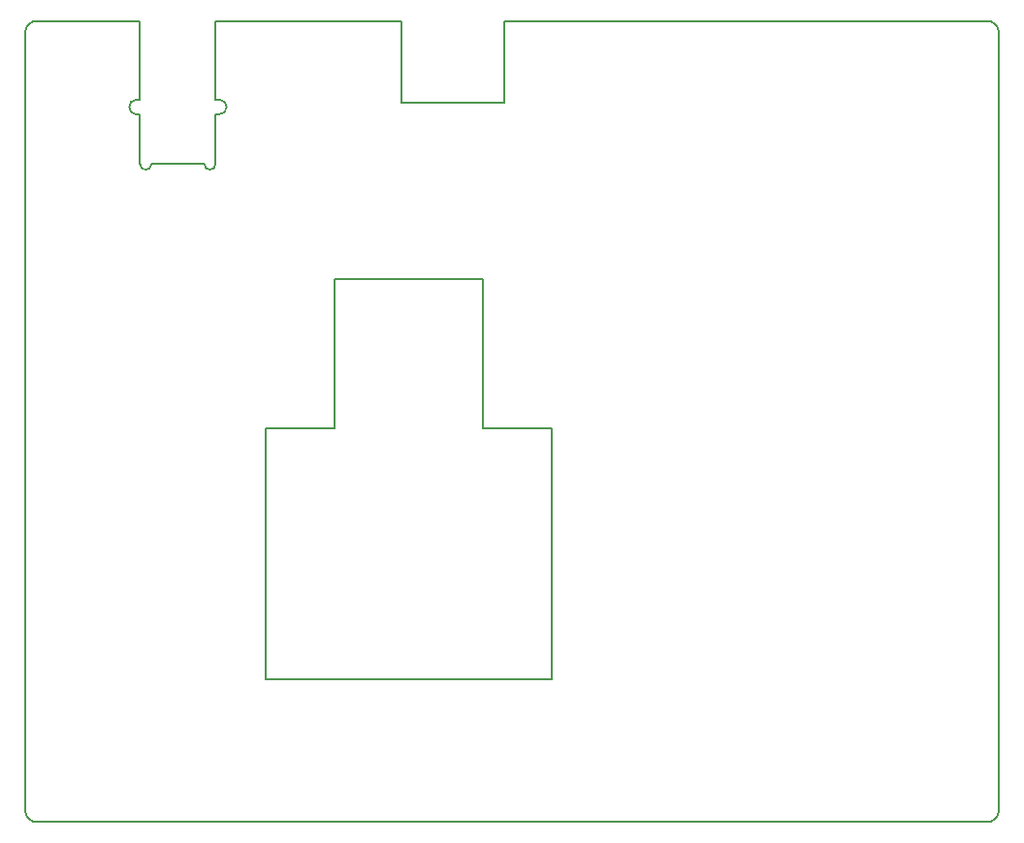
<source format=gm1>
G04 #@! TF.GenerationSoftware,KiCad,Pcbnew,(5.1.0-0)*
G04 #@! TF.CreationDate,2019-05-12T00:03:29+09:00*
G04 #@! TF.ProjectId,split_EC_right,73706c69-745f-4454-935f-72696768742e,rev?*
G04 #@! TF.SameCoordinates,Original*
G04 #@! TF.FileFunction,Profile,NP*
%FSLAX46Y46*%
G04 Gerber Fmt 4.6, Leading zero omitted, Abs format (unit mm)*
G04 Created by KiCad (PCBNEW (5.1.0-0)) date 2019-05-12 00:03:29*
%MOMM*%
%LPD*%
G04 APERTURE LIST*
%ADD10C,0.150000*%
G04 APERTURE END LIST*
D10*
X88925000Y-40000000D02*
X98725000Y-40000000D01*
X72250000Y-40000000D02*
X80225000Y-40000000D01*
X71250000Y-109000000D02*
G75*
G03X72250000Y-110000000I1000000J0D01*
G01*
X72250000Y-40000000D02*
G75*
G03X71250000Y-41000000I0J-1000000D01*
G01*
X156250000Y-41000000D02*
G75*
G03X155250000Y-40000000I-1000000J0D01*
G01*
X155250000Y-110000000D02*
G75*
G03X156250000Y-109000000I0J1000000D01*
G01*
X71250000Y-109000000D02*
X71250000Y-41000000D01*
X118425000Y-40000000D02*
X155250000Y-40000000D01*
X156250000Y-109000000D02*
X156250000Y-41000000D01*
X72250000Y-110000000D02*
X155250000Y-110000000D01*
X111250000Y-75550000D02*
X117250000Y-75550000D01*
X111250000Y-62550000D02*
X111250000Y-75550000D01*
X98250000Y-62550000D02*
X111250000Y-62550000D01*
X98250000Y-75550000D02*
X98250000Y-62550000D01*
X92250000Y-75550000D02*
X98250000Y-75550000D01*
X92250000Y-97550000D02*
X92250000Y-75550000D01*
X117250000Y-97550000D02*
X92250000Y-97550000D01*
X117250000Y-97550000D02*
X117250000Y-75550000D01*
X87875000Y-40000000D02*
X88925000Y-40000000D01*
X81275000Y-40000000D02*
X80225000Y-40000000D01*
X87875000Y-40000000D02*
X87875000Y-46870000D01*
X81275000Y-40000000D02*
X81275000Y-46870000D01*
X82275000Y-52500000D02*
X86875000Y-52500000D01*
X81275000Y-52500000D02*
G75*
G03X82275000Y-52500000I500000J0D01*
G01*
X86875000Y-52500000D02*
G75*
G03X87875000Y-52500000I500000J0D01*
G01*
X88175000Y-48170000D02*
G75*
G03X88175000Y-46870000I0J650000D01*
G01*
X87875000Y-46870000D02*
X88175000Y-46870000D01*
X87875000Y-48170000D02*
X88175000Y-48170000D01*
X87875000Y-48170000D02*
X87875000Y-52500000D01*
X80975000Y-46870000D02*
X81275000Y-46870000D01*
X81275000Y-48170000D02*
X81275000Y-52500000D01*
X80975000Y-48170000D02*
X81275000Y-48170000D01*
X80975000Y-48170000D02*
G75*
G02X80975000Y-46870000I0J650000D01*
G01*
X104075000Y-47150000D02*
X113075000Y-47150000D01*
X113075000Y-47150000D02*
X113075000Y-40000000D01*
X104075000Y-47150000D02*
X104075000Y-40000000D01*
X104075000Y-40000000D02*
X98725000Y-40000000D01*
X113075000Y-40000000D02*
X118425000Y-40000000D01*
M02*

</source>
